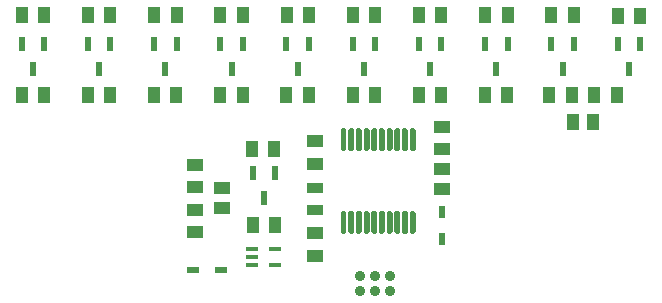
<source format=gbr>
%TF.GenerationSoftware,KiCad,Pcbnew,(5.1.10)-1*%
%TF.CreationDate,2021-09-21T22:06:55+02:00*%
%TF.ProjectId,StopWatch,53746f70-5761-4746-9368-2e6b69636164,rev?*%
%TF.SameCoordinates,Original*%
%TF.FileFunction,Paste,Top*%
%TF.FilePolarity,Positive*%
%FSLAX46Y46*%
G04 Gerber Fmt 4.6, Leading zero omitted, Abs format (unit mm)*
G04 Created by KiCad (PCBNEW (5.1.10)-1) date 2021-09-21 22:06:55*
%MOMM*%
%LPD*%
G01*
G04 APERTURE LIST*
%ADD10C,0.889000*%
%ADD11R,1.075000X0.500000*%
%ADD12R,0.500000X1.075000*%
%ADD13R,1.400000X1.000000*%
%ADD14R,1.000000X1.400000*%
%ADD15R,0.600000X1.250000*%
%ADD16R,1.050000X0.400000*%
%ADD17R,1.400000X0.950000*%
%ADD18R,1.470000X1.050000*%
%ADD19R,1.050000X1.470000*%
G04 APERTURE END LIST*
%TO.C,IC1*%
G36*
G01*
X65300000Y-66800000D02*
X65550000Y-66800000D01*
G75*
G02*
X65675000Y-66925000I0J-125000D01*
G01*
X65675000Y-68575000D01*
G75*
G02*
X65550000Y-68700000I-125000J0D01*
G01*
X65300000Y-68700000D01*
G75*
G02*
X65175000Y-68575000I0J125000D01*
G01*
X65175000Y-66925000D01*
G75*
G02*
X65300000Y-66800000I125000J0D01*
G01*
G37*
G36*
G01*
X64650000Y-66800000D02*
X64900000Y-66800000D01*
G75*
G02*
X65025000Y-66925000I0J-125000D01*
G01*
X65025000Y-68575000D01*
G75*
G02*
X64900000Y-68700000I-125000J0D01*
G01*
X64650000Y-68700000D01*
G75*
G02*
X64525000Y-68575000I0J125000D01*
G01*
X64525000Y-66925000D01*
G75*
G02*
X64650000Y-66800000I125000J0D01*
G01*
G37*
G36*
G01*
X64000000Y-66800000D02*
X64250000Y-66800000D01*
G75*
G02*
X64375000Y-66925000I0J-125000D01*
G01*
X64375000Y-68575000D01*
G75*
G02*
X64250000Y-68700000I-125000J0D01*
G01*
X64000000Y-68700000D01*
G75*
G02*
X63875000Y-68575000I0J125000D01*
G01*
X63875000Y-66925000D01*
G75*
G02*
X64000000Y-66800000I125000J0D01*
G01*
G37*
G36*
G01*
X63350000Y-66800000D02*
X63600000Y-66800000D01*
G75*
G02*
X63725000Y-66925000I0J-125000D01*
G01*
X63725000Y-68575000D01*
G75*
G02*
X63600000Y-68700000I-125000J0D01*
G01*
X63350000Y-68700000D01*
G75*
G02*
X63225000Y-68575000I0J125000D01*
G01*
X63225000Y-66925000D01*
G75*
G02*
X63350000Y-66800000I125000J0D01*
G01*
G37*
G36*
G01*
X62700000Y-66800000D02*
X62950000Y-66800000D01*
G75*
G02*
X63075000Y-66925000I0J-125000D01*
G01*
X63075000Y-68575000D01*
G75*
G02*
X62950000Y-68700000I-125000J0D01*
G01*
X62700000Y-68700000D01*
G75*
G02*
X62575000Y-68575000I0J125000D01*
G01*
X62575000Y-66925000D01*
G75*
G02*
X62700000Y-66800000I125000J0D01*
G01*
G37*
G36*
G01*
X62050000Y-66800000D02*
X62300000Y-66800000D01*
G75*
G02*
X62425000Y-66925000I0J-125000D01*
G01*
X62425000Y-68575000D01*
G75*
G02*
X62300000Y-68700000I-125000J0D01*
G01*
X62050000Y-68700000D01*
G75*
G02*
X61925000Y-68575000I0J125000D01*
G01*
X61925000Y-66925000D01*
G75*
G02*
X62050000Y-66800000I125000J0D01*
G01*
G37*
G36*
G01*
X61400000Y-66800000D02*
X61650000Y-66800000D01*
G75*
G02*
X61775000Y-66925000I0J-125000D01*
G01*
X61775000Y-68575000D01*
G75*
G02*
X61650000Y-68700000I-125000J0D01*
G01*
X61400000Y-68700000D01*
G75*
G02*
X61275000Y-68575000I0J125000D01*
G01*
X61275000Y-66925000D01*
G75*
G02*
X61400000Y-66800000I125000J0D01*
G01*
G37*
G36*
G01*
X60750000Y-66800000D02*
X61000000Y-66800000D01*
G75*
G02*
X61125000Y-66925000I0J-125000D01*
G01*
X61125000Y-68575000D01*
G75*
G02*
X61000000Y-68700000I-125000J0D01*
G01*
X60750000Y-68700000D01*
G75*
G02*
X60625000Y-68575000I0J125000D01*
G01*
X60625000Y-66925000D01*
G75*
G02*
X60750000Y-66800000I125000J0D01*
G01*
G37*
G36*
G01*
X60100000Y-66800000D02*
X60350000Y-66800000D01*
G75*
G02*
X60475000Y-66925000I0J-125000D01*
G01*
X60475000Y-68575000D01*
G75*
G02*
X60350000Y-68700000I-125000J0D01*
G01*
X60100000Y-68700000D01*
G75*
G02*
X59975000Y-68575000I0J125000D01*
G01*
X59975000Y-66925000D01*
G75*
G02*
X60100000Y-66800000I125000J0D01*
G01*
G37*
G36*
G01*
X59450000Y-66800000D02*
X59700000Y-66800000D01*
G75*
G02*
X59825000Y-66925000I0J-125000D01*
G01*
X59825000Y-68575000D01*
G75*
G02*
X59700000Y-68700000I-125000J0D01*
G01*
X59450000Y-68700000D01*
G75*
G02*
X59325000Y-68575000I0J125000D01*
G01*
X59325000Y-66925000D01*
G75*
G02*
X59450000Y-66800000I125000J0D01*
G01*
G37*
G36*
G01*
X59450000Y-59800000D02*
X59700000Y-59800000D01*
G75*
G02*
X59825000Y-59925000I0J-125000D01*
G01*
X59825000Y-61575000D01*
G75*
G02*
X59700000Y-61700000I-125000J0D01*
G01*
X59450000Y-61700000D01*
G75*
G02*
X59325000Y-61575000I0J125000D01*
G01*
X59325000Y-59925000D01*
G75*
G02*
X59450000Y-59800000I125000J0D01*
G01*
G37*
G36*
G01*
X60100000Y-59800000D02*
X60350000Y-59800000D01*
G75*
G02*
X60475000Y-59925000I0J-125000D01*
G01*
X60475000Y-61575000D01*
G75*
G02*
X60350000Y-61700000I-125000J0D01*
G01*
X60100000Y-61700000D01*
G75*
G02*
X59975000Y-61575000I0J125000D01*
G01*
X59975000Y-59925000D01*
G75*
G02*
X60100000Y-59800000I125000J0D01*
G01*
G37*
G36*
G01*
X60750000Y-59800000D02*
X61000000Y-59800000D01*
G75*
G02*
X61125000Y-59925000I0J-125000D01*
G01*
X61125000Y-61575000D01*
G75*
G02*
X61000000Y-61700000I-125000J0D01*
G01*
X60750000Y-61700000D01*
G75*
G02*
X60625000Y-61575000I0J125000D01*
G01*
X60625000Y-59925000D01*
G75*
G02*
X60750000Y-59800000I125000J0D01*
G01*
G37*
G36*
G01*
X61400000Y-59800000D02*
X61650000Y-59800000D01*
G75*
G02*
X61775000Y-59925000I0J-125000D01*
G01*
X61775000Y-61575000D01*
G75*
G02*
X61650000Y-61700000I-125000J0D01*
G01*
X61400000Y-61700000D01*
G75*
G02*
X61275000Y-61575000I0J125000D01*
G01*
X61275000Y-59925000D01*
G75*
G02*
X61400000Y-59800000I125000J0D01*
G01*
G37*
G36*
G01*
X62050000Y-59800000D02*
X62300000Y-59800000D01*
G75*
G02*
X62425000Y-59925000I0J-125000D01*
G01*
X62425000Y-61575000D01*
G75*
G02*
X62300000Y-61700000I-125000J0D01*
G01*
X62050000Y-61700000D01*
G75*
G02*
X61925000Y-61575000I0J125000D01*
G01*
X61925000Y-59925000D01*
G75*
G02*
X62050000Y-59800000I125000J0D01*
G01*
G37*
G36*
G01*
X62700000Y-59800000D02*
X62950000Y-59800000D01*
G75*
G02*
X63075000Y-59925000I0J-125000D01*
G01*
X63075000Y-61575000D01*
G75*
G02*
X62950000Y-61700000I-125000J0D01*
G01*
X62700000Y-61700000D01*
G75*
G02*
X62575000Y-61575000I0J125000D01*
G01*
X62575000Y-59925000D01*
G75*
G02*
X62700000Y-59800000I125000J0D01*
G01*
G37*
G36*
G01*
X63350000Y-59800000D02*
X63600000Y-59800000D01*
G75*
G02*
X63725000Y-59925000I0J-125000D01*
G01*
X63725000Y-61575000D01*
G75*
G02*
X63600000Y-61700000I-125000J0D01*
G01*
X63350000Y-61700000D01*
G75*
G02*
X63225000Y-61575000I0J125000D01*
G01*
X63225000Y-59925000D01*
G75*
G02*
X63350000Y-59800000I125000J0D01*
G01*
G37*
G36*
G01*
X64000000Y-59800000D02*
X64250000Y-59800000D01*
G75*
G02*
X64375000Y-59925000I0J-125000D01*
G01*
X64375000Y-61575000D01*
G75*
G02*
X64250000Y-61700000I-125000J0D01*
G01*
X64000000Y-61700000D01*
G75*
G02*
X63875000Y-61575000I0J125000D01*
G01*
X63875000Y-59925000D01*
G75*
G02*
X64000000Y-59800000I125000J0D01*
G01*
G37*
G36*
G01*
X64650000Y-59800000D02*
X64900000Y-59800000D01*
G75*
G02*
X65025000Y-59925000I0J-125000D01*
G01*
X65025000Y-61575000D01*
G75*
G02*
X64900000Y-61700000I-125000J0D01*
G01*
X64650000Y-61700000D01*
G75*
G02*
X64525000Y-61575000I0J125000D01*
G01*
X64525000Y-59925000D01*
G75*
G02*
X64650000Y-59800000I125000J0D01*
G01*
G37*
G36*
G01*
X65300000Y-59800000D02*
X65550000Y-59800000D01*
G75*
G02*
X65675000Y-59925000I0J-125000D01*
G01*
X65675000Y-61575000D01*
G75*
G02*
X65550000Y-61700000I-125000J0D01*
G01*
X65300000Y-61700000D01*
G75*
G02*
X65175000Y-61575000I0J125000D01*
G01*
X65175000Y-59925000D01*
G75*
G02*
X65300000Y-59800000I125000J0D01*
G01*
G37*
%TD*%
D10*
%TO.C,J1*%
X63520000Y-72250000D03*
X63520000Y-73520000D03*
X62250000Y-72250000D03*
X62250000Y-73520000D03*
X60980000Y-72250000D03*
X60980000Y-73520000D03*
%TD*%
D11*
%TO.C,D2*%
X46838000Y-71750000D03*
X49162000Y-71750000D03*
%TD*%
D12*
%TO.C,D1*%
X67870000Y-66838000D03*
X67870000Y-69162000D03*
%TD*%
D13*
%TO.C,R27*%
X57181800Y-70568500D03*
X57181800Y-68668500D03*
%TD*%
D14*
%TO.C,R26*%
X84680000Y-50240000D03*
X82780000Y-50240000D03*
%TD*%
%TO.C,R25*%
X79073700Y-50230000D03*
X77173700Y-50230000D03*
%TD*%
%TO.C,R24*%
X34223400Y-56960000D03*
X32323400Y-56960000D03*
%TD*%
%TO.C,R23*%
X34223400Y-50221000D03*
X32323400Y-50221000D03*
%TD*%
%TO.C,R22*%
X37927200Y-56960000D03*
X39827200Y-56960000D03*
%TD*%
%TO.C,R21*%
X39829700Y-50221000D03*
X37929700Y-50221000D03*
%TD*%
%TO.C,R20*%
X43531000Y-56960000D03*
X45431000Y-56960000D03*
%TD*%
%TO.C,R19*%
X45436000Y-50221000D03*
X43536000Y-50221000D03*
%TD*%
%TO.C,R18*%
X73450000Y-56960000D03*
X71550000Y-56960000D03*
%TD*%
%TO.C,R17*%
X73467400Y-50221000D03*
X71567400Y-50221000D03*
%TD*%
D15*
%TO.C,Q11*%
X83730000Y-54772600D03*
X82775000Y-52672600D03*
X84685000Y-52672600D03*
%TD*%
%TO.C,Q10*%
X78123700Y-54771800D03*
X77168700Y-52671800D03*
X79078700Y-52671800D03*
%TD*%
%TO.C,Q9*%
X33273400Y-54776200D03*
X32318400Y-52676200D03*
X34228400Y-52676200D03*
%TD*%
%TO.C,Q8*%
X38879700Y-54776200D03*
X37924700Y-52676200D03*
X39834700Y-52676200D03*
%TD*%
%TO.C,Q7*%
X44486000Y-54776200D03*
X43531000Y-52676200D03*
X45441000Y-52676200D03*
%TD*%
%TO.C,Q6*%
X72517400Y-54776200D03*
X71562400Y-52676200D03*
X73472400Y-52676200D03*
%TD*%
D16*
%TO.C,IC2*%
X53747100Y-70040000D03*
X53747100Y-71340000D03*
X51847100Y-71340000D03*
X51847100Y-70690000D03*
X51847100Y-70040000D03*
%TD*%
D13*
%TO.C,R16*%
X47003800Y-68583100D03*
X47003800Y-66683100D03*
%TD*%
%TO.C,R15*%
X47003800Y-62873100D03*
X47003800Y-64773100D03*
%TD*%
D14*
%TO.C,R14*%
X53796000Y-67936000D03*
X51896000Y-67936000D03*
%TD*%
%TO.C,R13*%
X53700000Y-61500000D03*
X51800000Y-61500000D03*
%TD*%
%TO.C,R12*%
X82722000Y-56982000D03*
X80822000Y-56982000D03*
%TD*%
%TO.C,R11*%
X77012000Y-56982000D03*
X78912000Y-56982000D03*
%TD*%
%TO.C,R10*%
X51034800Y-56960000D03*
X49134800Y-56960000D03*
%TD*%
%TO.C,R9*%
X51042300Y-50221000D03*
X49142300Y-50221000D03*
%TD*%
%TO.C,R8*%
X56638600Y-56960000D03*
X54738600Y-56960000D03*
%TD*%
%TO.C,R7*%
X56648600Y-50221000D03*
X54748600Y-50221000D03*
%TD*%
%TO.C,R6*%
X62242400Y-56960000D03*
X60342400Y-56960000D03*
%TD*%
%TO.C,R5*%
X62254800Y-50221000D03*
X60354800Y-50221000D03*
%TD*%
%TO.C,R4*%
X67846200Y-56960000D03*
X65946200Y-56960000D03*
%TD*%
D13*
%TO.C,R3*%
X57156000Y-62799000D03*
X57156000Y-60899000D03*
%TD*%
%TO.C,R2*%
X67870000Y-59654000D03*
X67870000Y-61554000D03*
%TD*%
D14*
%TO.C,R1*%
X67861100Y-50221000D03*
X65961100Y-50221000D03*
%TD*%
D15*
%TO.C,Q5*%
X52846000Y-65684000D03*
X51891000Y-63584000D03*
X53801000Y-63584000D03*
%TD*%
%TO.C,Q4*%
X50092300Y-54776200D03*
X49137300Y-52676200D03*
X51047300Y-52676200D03*
%TD*%
%TO.C,Q3*%
X55698600Y-54776200D03*
X54743600Y-52676200D03*
X56653600Y-52676200D03*
%TD*%
%TO.C,Q2*%
X61304800Y-54776200D03*
X60349800Y-52676200D03*
X62259800Y-52676200D03*
%TD*%
%TO.C,Q1*%
X66911100Y-54776200D03*
X65956100Y-52676200D03*
X67866100Y-52676200D03*
%TD*%
D17*
%TO.C,LED1*%
X57122000Y-64832000D03*
X57122000Y-66732000D03*
%TD*%
D18*
%TO.C,C3*%
X49289800Y-66519100D03*
X49289800Y-64839100D03*
%TD*%
D19*
%TO.C,C2*%
X78978000Y-59268000D03*
X80658000Y-59268000D03*
%TD*%
D18*
%TO.C,C1*%
X67870000Y-64934000D03*
X67870000Y-63254000D03*
%TD*%
M02*

</source>
